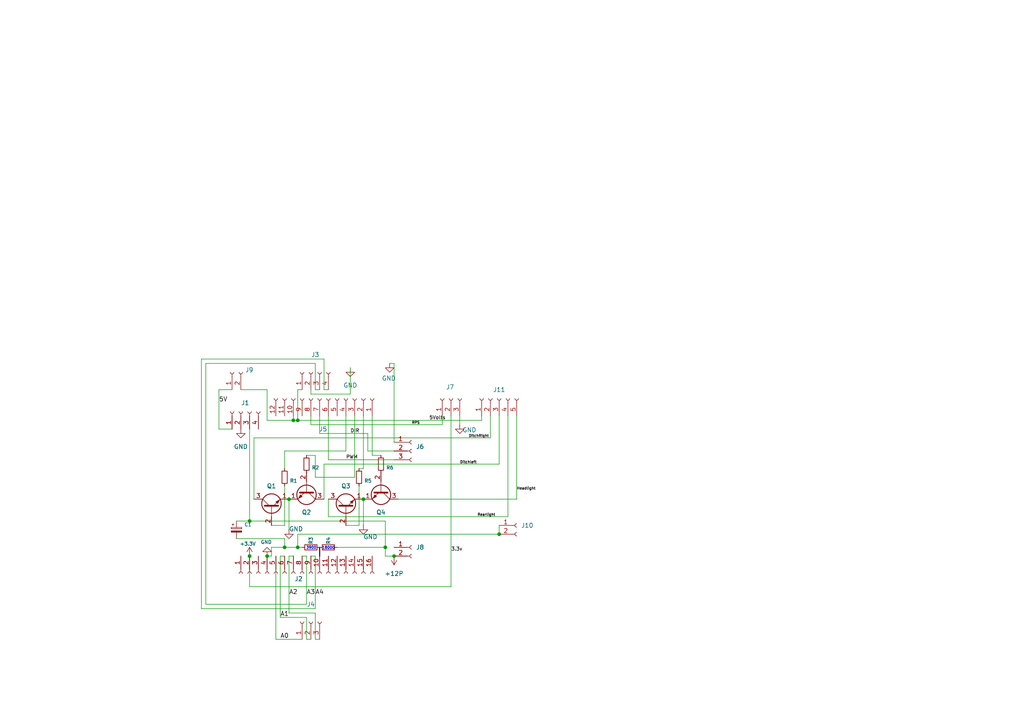
<source format=kicad_sch>
(kicad_sch (version 20250114) (generator "eeschema") (generator_version "9.0")
  (paper "A4")
  (title_block (title "Engine Control V3.1") (date "2025-08-13") (rev "3.1"))
  (lib_symbols
    (symbol "Connector:Conn_01x02_Socket" (pin_names (offset 1.016) (hide yes))
      (property "Reference" "J" (at 0 2.54 0))
      (property "Value" "Conn_01x02_Socket" (at 0 -5.08 0))
      (symbol "Conn_01x02_Socket_1_1"
        (polyline (pts (xy -1.27 0) (xy -0.508 0)) (stroke (width 0.1524)))
        (polyline (pts (xy -1.27 -2.54) (xy -0.508 -2.54)) (stroke (width 0.1524)))
        (arc (start 0 -0.508) (mid -0.5058 0) (end 0 0.508) (stroke (width 0.1524)))
        (arc (start 0 -3.048) (mid -0.5058 -2.54) (end 0 -2.032) (stroke (width 0.1524)))
        (pin passive line (at -5.08 0 0) (length 3.81) (name "Pin_1") (number "1"))
        (pin passive line (at -5.08 -2.54 0) (length 3.81) (name "Pin_2") (number "2"))
      )
    )
    (symbol "Connector:Conn_01x03_Socket" (pin_names (offset 1.016) (hide yes))
      (property "Reference" "J" (at 0 5.08 0))
      (property "Value" "Conn_01x03_Socket" (at 0 -5.08 0))
      (symbol "Conn_01x03_Socket_1_1"
        (polyline (pts (xy -1.27 2.54) (xy -0.508 2.54)) (stroke (width 0.1524)))
        (polyline (pts (xy -1.27 0) (xy -0.508 0)) (stroke (width 0.1524)))
        (polyline (pts (xy -1.27 -2.54) (xy -0.508 -2.54)) (stroke (width 0.1524)))
        (arc (start 0 2.032) (mid -0.5058 2.54) (end 0 3.048) (stroke (width 0.1524)))
        (arc (start 0 -0.508) (mid -0.5058 0) (end 0 0.508) (stroke (width 0.1524)))
        (arc (start 0 -3.048) (mid -0.5058 -2.54) (end 0 -2.032) (stroke (width 0.1524)))
        (pin passive line (at -5.08 2.54 0) (length 3.81) (name "Pin_1") (number "1"))
        (pin passive line (at -5.08 0 0) (length 3.81) (name "Pin_2") (number "2"))
        (pin passive line (at -5.08 -2.54 0) (length 3.81) (name "Pin_3") (number "3"))
      )
    )
    (symbol "Connector:Conn_01x04_Socket" (pin_names (offset 1.016) (hide yes))
      (property "Reference" "J" (at 0 5.08 0))
      (property "Value" "Conn_01x04_Socket" (at 0 -7.62 0))
      (symbol "Conn_01x04_Socket_1_1"
        (polyline (pts (xy -1.27 2.54) (xy -0.508 2.54)) (stroke (width 0.1524)))
        (polyline (pts (xy -1.27 0) (xy -0.508 0)) (stroke (width 0.1524)))
        (polyline (pts (xy -1.27 -2.54) (xy -0.508 -2.54)) (stroke (width 0.1524)))
        (polyline (pts (xy -1.27 -5.08) (xy -0.508 -5.08)) (stroke (width 0.1524)))
        (arc (start 0 2.032) (mid -0.5058 2.54) (end 0 3.048) (stroke (width 0.1524)))
        (arc (start 0 -0.508) (mid -0.5058 0) (end 0 0.508) (stroke (width 0.1524)))
        (arc (start 0 -3.048) (mid -0.5058 -2.54) (end 0 -2.032) (stroke (width 0.1524)))
        (arc (start 0 -5.588) (mid -0.5058 -5.08) (end 0 -4.572) (stroke (width 0.1524)))
        (pin passive line (at -5.08 2.54 0) (length 3.81) (name "Pin_1") (number "1"))
        (pin passive line (at -5.08 0 0) (length 3.81) (name "Pin_2") (number "2"))
        (pin passive line (at -5.08 -2.54 0) (length 3.81) (name "Pin_3") (number "3"))
        (pin passive line (at -5.08 -5.08 0) (length 3.81) (name "Pin_4") (number "4"))
      )
    )
    (symbol "Connector:Conn_01x05_Socket" (pin_names (offset 1.016) (hide yes))
      (property "Reference" "J" (at 0 7.62 0))
      (property "Value" "Conn_01x05_Socket" (at 0 -7.62 0))
      (symbol "Conn_01x05_Socket_1_1"
        (polyline (pts (xy -1.27 5.08) (xy -0.508 5.08)) (stroke (width 0.1524)))
        (polyline (pts (xy -1.27 2.54) (xy -0.508 2.54)) (stroke (width 0.1524)))
        (polyline (pts (xy -1.27 0) (xy -0.508 0)) (stroke (width 0.1524)))
        (polyline (pts (xy -1.27 -2.54) (xy -0.508 -2.54)) (stroke (width 0.1524)))
        (polyline (pts (xy -1.27 -5.08) (xy -0.508 -5.08)) (stroke (width 0.1524)))
        (arc (start 0 4.572) (mid -0.5058 5.08) (end 0 5.588) (stroke (width 0.1524)))
        (arc (start 0 2.032) (mid -0.5058 2.54) (end 0 3.048) (stroke (width 0.1524)))
        (arc (start 0 -0.508) (mid -0.5058 0) (end 0 0.508) (stroke (width 0.1524)))
        (arc (start 0 -3.048) (mid -0.5058 -2.54) (end 0 -2.032) (stroke (width 0.1524)))
        (arc (start 0 -5.588) (mid -0.5058 -5.08) (end 0 -4.572) (stroke (width 0.1524)))
        (pin passive line (at -5.08 5.08 0) (length 3.81) (name "Pin_1") (number "1"))
        (pin passive line (at -5.08 2.54 0) (length 3.81) (name "Pin_2") (number "2"))
        (pin passive line (at -5.08 0 0) (length 3.81) (name "Pin_3") (number "3"))
        (pin passive line (at -5.08 -2.54 0) (length 3.81) (name "Pin_4") (number "4"))
        (pin passive line (at -5.08 -5.08 0) (length 3.81) (name "Pin_5") (number "5"))
      )
    )
    (symbol "Connector:Conn_01x12_Socket" (pin_names (offset 1.016) (hide yes))
      (property "Reference" "J" (at 0 15.24 0))
      (property "Value" "Conn_01x12_Socket" (at 0 -17.78 0))
      (symbol "Conn_01x12_Socket_1_1"
        (polyline (pts (xy -1.27 12.7) (xy -0.508 12.7)) (stroke (width 0.1524)))
        (polyline (pts (xy -1.27 10.16) (xy -0.508 10.16)) (stroke (width 0.1524)))
        (polyline (pts (xy -1.27 7.62) (xy -0.508 7.62)) (stroke (width 0.1524)))
        (polyline (pts (xy -1.27 5.08) (xy -0.508 5.08)) (stroke (width 0.1524)))
        (polyline (pts (xy -1.27 2.54) (xy -0.508 2.54)) (stroke (width 0.1524)))
        (polyline (pts (xy -1.27 0) (xy -0.508 0)) (stroke (width 0.1524)))
        (polyline (pts (xy -1.27 -2.54) (xy -0.508 -2.54)) (stroke (width 0.1524)))
        (polyline (pts (xy -1.27 -5.08) (xy -0.508 -5.08)) (stroke (width 0.1524)))
        (polyline (pts (xy -1.27 -7.62) (xy -0.508 -7.62)) (stroke (width 0.1524)))
        (polyline (pts (xy -1.27 -10.16) (xy -0.508 -10.16)) (stroke (width 0.1524)))
        (polyline (pts (xy -1.27 -12.7) (xy -0.508 -12.7)) (stroke (width 0.1524)))
        (polyline (pts (xy -1.27 -15.24) (xy -0.508 -15.24)) (stroke (width 0.1524)))
        (arc (start 0 12.192) (mid -0.5058 12.7) (end 0 13.208) (stroke (width 0.1524)))
        (arc (start 0 9.652) (mid -0.5058 10.16) (end 0 10.668) (stroke (width 0.1524)))
        (arc (start 0 7.112) (mid -0.5058 7.62) (end 0 8.128) (stroke (width 0.1524)))
        (arc (start 0 4.572) (mid -0.5058 5.08) (end 0 5.588) (stroke (width 0.1524)))
        (arc (start 0 2.032) (mid -0.5058 2.54) (end 0 3.048) (stroke (width 0.1524)))
        (arc (start 0 -0.508) (mid -0.5058 0) (end 0 0.508) (stroke (width 0.1524)))
        (arc (start 0 -3.048) (mid -0.5058 -2.54) (end 0 -2.032) (stroke (width 0.1524)))
        (arc (start 0 -5.588) (mid -0.5058 -5.08) (end 0 -4.572) (stroke (width 0.1524)))
        (arc (start 0 -8.128) (mid -0.5058 -7.62) (end 0 -7.112) (stroke (width 0.1524)))
        (arc (start 0 -10.668) (mid -0.5058 -10.16) (end 0 -9.652) (stroke (width 0.1524)))
        (arc (start 0 -13.208) (mid -0.5058 -12.7) (end 0 -12.192) (stroke (width 0.1524)))
        (arc (start 0 -15.748) (mid -0.5058 -15.24) (end 0 -14.732) (stroke (width 0.1524)))
        (pin passive line (at -5.08 12.7 0) (length 3.81) (name "Pin_1") (number "1"))
        (pin passive line (at -5.08 10.16 0) (length 3.81) (name "Pin_2") (number "2"))
        (pin passive line (at -5.08 7.62 0) (length 3.81) (name "Pin_3") (number "3"))
        (pin passive line (at -5.08 5.08 0) (length 3.81) (name "Pin_4") (number "4"))
        (pin passive line (at -5.08 2.54 0) (length 3.81) (name "Pin_5") (number "5"))
        (pin passive line (at -5.08 0 0) (length 3.81) (name "Pin_6") (number "6"))
        (pin passive line (at -5.08 -2.54 0) (length 3.81) (name "Pin_7") (number "7"))
        (pin passive line (at -5.08 -5.08 0) (length 3.81) (name "Pin_8") (number "8"))
        (pin passive line (at -5.08 -7.62 0) (length 3.81) (name "Pin_9") (number "9"))
        (pin passive line (at -5.08 -10.16 0) (length 3.81) (name "Pin_10") (number "10"))
        (pin passive line (at -5.08 -12.7 0) (length 3.81) (name "Pin_11") (number "11"))
        (pin passive line (at -5.08 -15.24 0) (length 3.81) (name "Pin_12") (number "12"))
      )
    )
    (symbol "Connector:Conn_01x16_Socket" (pin_names (offset 1.016) (hide yes))
      (property "Reference" "J" (at 0 20.32 0))
      (property "Value" "Conn_01x16_Socket" (at 0 -22.86 0))
      (symbol "Conn_01x16_Socket_1_1"
        (polyline (pts (xy -1.27 17.78) (xy -0.508 17.78)) (stroke (width 0.1524)))
        (polyline (pts (xy -1.27 15.24) (xy -0.508 15.24)) (stroke (width 0.1524)))
        (polyline (pts (xy -1.27 12.7) (xy -0.508 12.7)) (stroke (width 0.1524)))
        (polyline (pts (xy -1.27 10.16) (xy -0.508 10.16)) (stroke (width 0.1524)))
        (polyline (pts (xy -1.27 7.62) (xy -0.508 7.62)) (stroke (width 0.1524)))
        (polyline (pts (xy -1.27 5.08) (xy -0.508 5.08)) (stroke (width 0.1524)))
        (polyline (pts (xy -1.27 2.54) (xy -0.508 2.54)) (stroke (width 0.1524)))
        (polyline (pts (xy -1.27 0) (xy -0.508 0)) (stroke (width 0.1524)))
        (polyline (pts (xy -1.27 -2.54) (xy -0.508 -2.54)) (stroke (width 0.1524)))
        (polyline (pts (xy -1.27 -5.08) (xy -0.508 -5.08)) (stroke (width 0.1524)))
        (polyline (pts (xy -1.27 -7.62) (xy -0.508 -7.62)) (stroke (width 0.1524)))
        (polyline (pts (xy -1.27 -10.16) (xy -0.508 -10.16)) (stroke (width 0.1524)))
        (polyline (pts (xy -1.27 -12.7) (xy -0.508 -12.7)) (stroke (width 0.1524)))
        (polyline (pts (xy -1.27 -15.24) (xy -0.508 -15.24)) (stroke (width 0.1524)))
        (polyline (pts (xy -1.27 -17.78) (xy -0.508 -17.78)) (stroke (width 0.1524)))
        (polyline (pts (xy -1.27 -20.32) (xy -0.508 -20.32)) (stroke (width 0.1524)))
        (arc (start 0 17.272) (mid -0.5058 17.78) (end 0 18.288) (stroke (width 0.1524)))
        (arc (start 0 14.732) (mid -0.5058 15.24) (end 0 15.748) (stroke (width 0.1524)))
        (arc (start 0 12.192) (mid -0.5058 12.7) (end 0 13.208) (stroke (width 0.1524)))
        (arc (start 0 9.652) (mid -0.5058 10.16) (end 0 10.668) (stroke (width 0.1524)))
        (arc (start 0 7.112) (mid -0.5058 7.62) (end 0 8.128) (stroke (width 0.1524)))
        (arc (start 0 4.572) (mid -0.5058 5.08) (end 0 5.588) (stroke (width 0.1524)))
        (arc (start 0 2.032) (mid -0.5058 2.54) (end 0 3.048) (stroke (width 0.1524)))
        (arc (start 0 -0.508) (mid -0.5058 0) (end 0 0.508) (stroke (width 0.1524)))
        (arc (start 0 -3.048) (mid -0.5058 -2.54) (end 0 -2.032) (stroke (width 0.1524)))
        (arc (start 0 -5.588) (mid -0.5058 -5.08) (end 0 -4.572) (stroke (width 0.1524)))
        (arc (start 0 -8.128) (mid -0.5058 -7.62) (end 0 -7.112) (stroke (width 0.1524)))
        (arc (start 0 -10.668) (mid -0.5058 -10.16) (end 0 -9.652) (stroke (width 0.1524)))
        (arc (start 0 -13.208) (mid -0.5058 -12.7) (end 0 -12.192) (stroke (width 0.1524)))
        (arc (start 0 -15.748) (mid -0.5058 -15.24) (end 0 -14.732) (stroke (width 0.1524)))
        (arc (start 0 -18.288) (mid -0.5058 -17.78) (end 0 -17.272) (stroke (width 0.1524)))
        (arc (start 0 -20.828) (mid -0.5058 -20.32) (end 0 -19.812) (stroke (width 0.1524)))
        (pin passive line (at -5.08 17.78 0) (length 3.81) (name "Pin_1") (number "1"))
        (pin passive line (at -5.08 15.24 0) (length 3.81) (name "Pin_2") (number "2"))
        (pin passive line (at -5.08 12.7 0) (length 3.81) (name "Pin_3") (number "3"))
        (pin passive line (at -5.08 10.16 0) (length 3.81) (name "Pin_4") (number "4"))
        (pin passive line (at -5.08 7.62 0) (length 3.81) (name "Pin_5") (number "5"))
        (pin passive line (at -5.08 5.08 0) (length 3.81) (name "Pin_6") (number "6"))
        (pin passive line (at -5.08 2.54 0) (length 3.81) (name "Pin_7") (number "7"))
        (pin passive line (at -5.08 0 0) (length 3.81) (name "Pin_8") (number "8"))
        (pin passive line (at -5.08 -2.54 0) (length 3.81) (name "Pin_9") (number "9"))
        (pin passive line (at -5.08 -5.08 0) (length 3.81) (name "Pin_10") (number "10"))
        (pin passive line (at -5.08 -7.62 0) (length 3.81) (name "Pin_11") (number "11"))
        (pin passive line (at -5.08 -10.16 0) (length 3.81) (name "Pin_12") (number "12"))
        (pin passive line (at -5.08 -12.7 0) (length 3.81) (name "Pin_13") (number "13"))
        (pin passive line (at -5.08 -15.24 0) (length 3.81) (name "Pin_14") (number "14"))
        (pin passive line (at -5.08 -17.78 0) (length 3.81) (name "Pin_15") (number "15"))
        (pin passive line (at -5.08 -20.32 0) (length 3.81) (name "Pin_16") (number "16"))
      )
    )
    (symbol "Device:C_Polarized_Small" (pin_numbers (hide yes)) (pin_names (offset 0.254) (hide yes))
      (property "Reference" "C" (at 0.254 1.778 0))
      (property "Value" "C_Polarized_Small" (at 0.254 -2.032 0))
      (symbol "C_Polarized_Small_0_1"
        (rectangle (start -1.524 0.6858) (end 1.524 0.3048))
        (rectangle (start -1.524 -0.3048) (end 1.524 -0.6858) (fill (type outline)))
        (polyline (pts (xy -1.27 1.524) (xy -0.762 1.524)))
        (polyline (pts (xy -1.016 1.27) (xy -1.016 1.778)))
      )
      (symbol "C_Polarized_Small_1_1"
        (pin passive line (at 0 2.54 270) (length 1.8542) (name "~") (number "1"))
        (pin passive line (at 0 -2.54 90) (length 1.8542) (name "~") (number "2"))
      )
    )
    (symbol "Device:R_Small" (pin_numbers (hide yes)) (pin_names (offset 0.254) (hide yes))
      (property "Reference" "R" (at 0 0 90))
      (property "Value" "R_Small" (at 1.778 0 90))
      (symbol "R_Small_0_1"
        (rectangle (start -0.762 1.778) (end 0.762 -1.778) (stroke (width 0.2032)))
      )
      (symbol "R_Small_1_1"
        (pin passive line (at 0 2.54 270) (length 0.762) (name "~") (number "1"))
        (pin passive line (at 0 -2.54 90) (length 0.762) (name "~") (number "2"))
      )
    )
    (symbol "Transistor_BJT:PN2222A" (pin_names (offset 0) (hide yes))
      (property "Reference" "Q" (at 5.08 1.905 0))
      (property "Value" "PN2222A" (at 5.08 0 0))
      (symbol "PN2222A_0_1"
        (polyline (pts (xy -2.54 0) (xy 0.635 0)))
        (polyline (pts (xy 0.635 1.905) (xy 0.635 -1.905)) (stroke (width 0.508)))
        (circle (center 1.27 0) (radius 2.8194) (stroke (width 0.254)))
      )
      (symbol "PN2222A_1_1"
        (polyline (pts (xy 0.635 0.635) (xy 2.54 2.54)))
        (polyline (pts (xy 0.635 -0.635) (xy 2.54 -2.54)))
        (polyline (pts (xy 1.27 -1.778) (xy 1.778 -1.27) (xy 2.286 -2.286) (xy 1.27 -1.778)) (fill (type outline)))
        (pin input line (at -5.08 0 0) (length 2.54) (name "B") (number "2"))
        (pin passive line (at 2.54 5.08 270) (length 2.54) (name "C") (number "3"))
        (pin passive line (at 2.54 -5.08 90) (length 2.54) (name "E") (number "1"))
      )
    )
    (symbol "power:+12P" (power) (pin_numbers (hide yes)) (pin_names (offset 0) (hide yes))
      (property "Value" "+12P" (at 0 3.556 0))
      (symbol "+12P_0_1"
        (polyline (pts (xy -0.762 1.27) (xy 0 2.54)))
        (polyline (pts (xy 0 2.54) (xy 0.762 1.27)))
        (polyline (pts (xy 0 0) (xy 0 2.54)))
      )
      (symbol "+12P_1_1"
        (pin power_in line (at 0 0 90) (length 0) (name "~") (number "1"))
      )
    )
    (symbol "power:+3.3V" (power) (pin_numbers (hide yes)) (pin_names (offset 0) (hide yes))
      (property "Value" "+3.3V" (at 0 3.556 0))
      (symbol "+3.3V_0_1"
        (polyline (pts (xy -0.762 1.27) (xy 0 2.54)))
        (polyline (pts (xy 0 2.54) (xy 0.762 1.27)))
        (polyline (pts (xy 0 0) (xy 0 2.54)))
      )
      (symbol "+3.3V_1_1"
        (pin power_in line (at 0 0 90) (length 0) (name "~") (number "1"))
      )
    )
    (symbol "power:GND" (power) (pin_numbers (hide yes)) (pin_names (offset 0) (hide yes))
      (property "Value" "GND" (at 0 -3.81 0))
      (symbol "GND_0_1"
        (polyline (pts (xy 0 0) (xy 0 -1.27) (xy 1.27 -1.27) (xy 0 -2.54) (xy -1.27 -1.27) (xy 0 -1.27)))
      )
      (symbol "GND_1_1"
        (pin power_in line (at 0 0 270) (length 0) (name "~") (number "1"))
      )
    )
  )
  (text "3900" (at 90.2838 159.0043 0) (effects (font (size 0.75 0.75))))
  (text "18000" (at 95.2695 159.045 0) (effects (font (size 0.75 0.75))))
  (junction (at 85.09 121.92))
  (junction (at 77.47 161.29))
  (junction (at 83.82 144.78))
  (junction (at 114.3 161.29))
  (junction (at 86.36 158.75))
  (junction (at 144.78 154.94))
  (junction (at 72.39 151.13))
  (junction (at 82.55 158.75))
  (junction (at 105.41 144.78))
  (junction (at 86.36 121.92))
  (junction (at 111.76 158.75))
  (junction (at 72.39 161.29))
  (wire (pts (xy 130.81 170.18) (xy 130.81 120.65)))
  (wire (pts (xy 133.35 120.65) (xy 133.35 123.19)))
  (wire (pts (xy 80.01 185.42) (xy 87.63 185.42)))
  (wire (pts (xy 114.3 161.29) (xy 111.76 161.29)))
  (wire (pts (xy 73.66 144.78) (xy 73.66 127)))
  (wire (pts (xy 85.09 121.92) (xy 77.47 121.92)))
  (wire (pts (xy 115.57 144.78) (xy 149.86 144.78)))
  (wire (pts (xy 87.63 161.29) (xy 88.9 161.29)))
  (wire (pts (xy 111.76 151.13) (xy 111.76 158.75)))
  (bus (pts (xy 92.71 158.75) (xy 92.71 161.29)))
  (wire (pts (xy 81.28 161.29) (xy 82.55 161.29)))
  (wire (pts (xy 68.58 156.21) (xy 82.55 156.21)))
  (wire (pts (xy 82.55 140.97) (xy 82.55 152.4)))
  (wire (pts (xy 72.39 161.29) (xy 72.39 170.18)))
  (wire (pts (xy 147.32 149.86) (xy 147.32 120.65)))
  (wire (pts (xy 104.14 140.97) (xy 104.14 152.4)))
  (wire (pts (xy 144.78 134.62) (xy 144.78 120.65)))
  (wire (pts (xy 91.44 105.41) (xy 91.44 113.03)))
  (wire (pts (xy 107.95 120.65) (xy 107.95 132.08)))
  (wire (pts (xy 91.44 132.08) (xy 88.9 132.08)))
  (wire (pts (xy 111.76 161.29) (xy 111.76 158.75)))
  (wire (pts (xy 142.24 127) (xy 142.24 120.65)))
  (wire (pts (xy 88.9 185.42) (xy 90.17 185.42)))
  (wire (pts (xy 86.36 113.03) (xy 86.36 121.92)))
  (wire (pts (xy 88.9 179.07) (xy 81.28 179.07)))
  (wire (pts (xy 95.25 144.78) (xy 95.25 149.86)))
  (wire (pts (xy 88.9 161.29) (xy 88.9 175.26)))
  (wire (pts (xy 68.58 151.13) (xy 72.39 151.13)))
  (wire (pts (xy 114.3 105.41) (xy 113.03 105.41)))
  (wire (pts (xy 82.55 158.75) (xy 78.74 158.75)))
  (wire (pts (xy 58.42 176.53) (xy 58.42 104.14)))
  (wire (pts (xy 83.82 177.8) (xy 83.82 161.29)))
  (wire (pts (xy 77.47 121.92) (xy 77.47 113.03)))
  (wire (pts (xy 82.55 156.21) (xy 82.55 158.75)))
  (wire (pts (xy 90.17 114.3) (xy 90.17 113.03)))
  (wire (pts (xy 92.71 125.73) (xy 106.68 125.73)))
  (wire (pts (xy 101.6 114.3) (xy 90.17 114.3)))
  (wire (pts (xy 80.01 161.29) (xy 80.01 185.42)))
  (wire (pts (xy 101.6 106.68) (xy 101.6 114.3)))
  (wire (pts (xy 77.47 161.29) (xy 78.74 161.29)))
  (wire (pts (xy 95.25 120.65) (xy 95.25 133.35)))
  (wire (pts (xy 86.36 121.92) (xy 85.09 121.92)))
  (wire (pts (xy 59.69 175.26) (xy 59.69 105.41)))
  (wire (pts (xy 90.17 161.29) (xy 91.44 161.29)))
  (wire (pts (xy 81.28 179.07) (xy 81.28 161.29)))
  (wire (pts (xy 87.63 158.75) (xy 86.36 158.75)))
  (wire (pts (xy 90.17 120.65) (xy 90.17 123.19)))
  (wire (pts (xy 93.98 104.14) (xy 93.98 113.03)))
  (wire (pts (xy 73.66 127) (xy 142.24 127)))
  (wire (pts (xy 139.7 121.92) (xy 86.36 121.92)))
  (wire (pts (xy 93.98 134.62) (xy 144.78 134.62)))
  (wire (pts (xy 95.25 149.86) (xy 147.32 149.86)))
  (wire (pts (xy 139.7 120.65) (xy 139.7 121.92)))
  (wire (pts (xy 102.87 120.65) (xy 102.87 138.43)))
  (wire (pts (xy 87.63 113.03) (xy 86.36 113.03)))
  (wire (pts (xy 91.44 161.29) (xy 91.44 176.53)))
  (wire (pts (xy 144.78 152.4) (xy 144.78 154.94)))
  (wire (pts (xy 88.9 185.42) (xy 88.9 179.07)))
  (wire (pts (xy 91.44 113.03) (xy 92.71 113.03)))
  (wire (pts (xy 91.44 185.42) (xy 91.44 177.8)))
  (wire (pts (xy 63.5 124.46) (xy 67.31 124.46)))
  (wire (pts (xy 77.47 113.03) (xy 69.85 113.03)))
  (wire (pts (xy 92.71 120.65) (xy 92.71 125.73)))
  (wire (pts (xy 83.82 161.29) (xy 85.09 161.29)))
  (wire (pts (xy 111.76 151.13) (xy 72.39 151.13)))
  (wire (pts (xy 86.36 158.75) (xy 82.55 158.75)))
  (wire (pts (xy 91.44 177.8) (xy 83.82 177.8)))
  (wire (pts (xy 106.68 130.81) (xy 114.3 130.81)))
  (wire (pts (xy 107.95 132.08) (xy 110.49 132.08)))
  (wire (pts (xy 95.25 133.35) (xy 114.3 133.35)))
  (wire (pts (xy 90.17 123.19) (xy 128.27 123.19)))
  (wire (pts (xy 106.68 125.73) (xy 106.68 130.81)))
  (wire (pts (xy 83.82 153.67) (xy 83.82 144.78)))
  (wire (pts (xy 85.09 120.65) (xy 85.09 121.92)))
  (wire (pts (xy 102.87 138.43) (xy 91.44 138.43)))
  (wire (pts (xy 128.27 123.19) (xy 128.27 120.65)))
  (wire (pts (xy 105.41 120.65) (xy 105.41 135.89)))
  (wire (pts (xy 78.74 158.75) (xy 78.74 161.29)))
  (wire (pts (xy 86.36 154.94) (xy 144.78 154.94)))
  (wire (pts (xy 91.44 185.42) (xy 92.71 185.42)))
  (wire (pts (xy 91.44 138.43) (xy 91.44 132.08)))
  (wire (pts (xy 72.39 170.18) (xy 130.81 170.18)))
  (wire (pts (xy 63.5 113.03) (xy 63.5 124.46)))
  (wire (pts (xy 59.69 105.41) (xy 91.44 105.41)))
  (wire (pts (xy 149.86 144.78) (xy 149.86 120.65)))
  (wire (pts (xy 72.39 151.13) (xy 72.39 124.46)))
  (wire (pts (xy 86.36 158.75) (xy 86.36 154.94)))
  (wire (pts (xy 105.41 152.4) (xy 105.41 144.78)))
  (wire (pts (xy 100.33 152.4) (xy 104.14 152.4)))
  (wire (pts (xy 114.3 128.27) (xy 114.3 105.41)))
  (wire (pts (xy 100.33 130.81) (xy 82.55 130.81)))
  (wire (pts (xy 97.79 158.75) (xy 111.76 158.75)))
  (wire (pts (xy 82.55 130.81) (xy 82.55 135.89)))
  (wire (pts (xy 67.31 113.03) (xy 63.5 113.03)))
  (wire (pts (xy 93.98 144.78) (xy 93.98 134.62)))
  (wire (pts (xy 59.69 175.26) (xy 88.9 175.26)))
  (wire (pts (xy 58.42 104.14) (xy 93.98 104.14)))
  (wire (pts (xy 58.42 176.53) (xy 91.44 176.53)))
  (wire (pts (xy 78.74 152.4) (xy 82.55 152.4)))
  (wire (pts (xy 100.33 120.65) (xy 100.33 130.81)))
  (wire (pts (xy 105.41 135.89) (xy 104.14 135.89)))
  (wire (pts (xy 93.98 113.03) (xy 95.25 113.03)))
  (label "A0" (at 81.28 185.42 0))
  (label "DitchRight" (at 135.89 127 0) (effects (font (size 0.75 0.75))))
  (label "DIR" (at 101.6 125.73 0) (effects (font (size 1 1))))
  (label "PWM" (at 100.33 133.35 0) (effects (font (size 1 1))))
  (label "Ditchleft" (at 133.35 134.62 0) (effects (font (size 0.75 0.75))))
  (label "RPS" (at 119.38 123.19 0) (effects (font (size 0.75 0.75))))
  (label "Rearlight" (at 138.43 149.86 0) (effects (font (size 0.75 0.75))))
  (label "Headlight" (at 149.86 142.24 0) (effects (font (size 0.75 0.75))))
  (label "3.3v" (at 130.81 160.02 0) (effects (font (size 1 1))))
  (label "A1" (at 81.28 179.07 0))
  (label "A3" (at 88.9 172.72 0))
  (label "5V" (at 63.5 116.84 0))
  (label "A2" (at 83.82 172.72 0))
  (label "5Volts" (at 124.46 121.92 0) (effects (font (size 1 1))))
  (label "A4" (at 91.44 172.72 0))
  (symbol (lib_id "Transistor_BJT:PN2222A") (at 78.74 147.32 90) (unit 1)
    (property "Reference" "Q1" (at 78.74 140.97 90))
    (property "Value" "PN2222A" (effects (hide yes)))
    (property "Footprint" "Package_TO_SOT_THT:TO-92_Inline" (effects (hide yes)))
    (property "Datasheet" "https://www.onsemi.com/pub/Collateral/PN2222-D.PDF" (effects (hide yes)))
    (property "Description" "1A Ic, 40V Vce, NPN Transistor, General Purpose Transistor, TO-92" (effects (hide yes)))
  )
  (symbol (lib_id "Connector:Conn_01x04_Socket") (at 69.85 119.38 90) (unit 1)
    (property "Reference" "J1" (at 71.12 116.84 90))
    (property "Value" "Conn_01x04_Socket" (effects (hide yes)))
    (property "Footprint" "Connector_PinSocket_2.54mm:PinSocket_1x04_P2.54mm_Vertical" (effects (hide yes)))
    (property "Description" "Generic connector, single row, 01x04, script generated" (effects (hide yes)))
  )
  (symbol (lib_id "power:+3.3V") (at 72.39 161.29 0) (unit 1)
    (property "Reference" "#PWR02" (effects (hide yes)))
    (property "Value" "+3.3V" (at 71.882 157.734 0) (effects (font (size 1 1))))
    (property "Description" "Power symbol creates a global label with name \"+3.3V\"" (effects (hide yes)))
  )
  (symbol (lib_id "power:GND") (at 105.41 152.4 0) (unit 1)
    (property "Reference" "#PWR06" (effects (hide yes)))
    (property "Value" "GND" (at 107.442 155.702 0))
    (property "Description" "Power symbol creates a global label with name \"GND\" , ground" (effects (hide yes)))
  )
  (symbol (lib_id "power:GND") (at 83.82 153.67 0) (unit 1)
    (property "Reference" "#PWR04" (effects (hide yes)))
    (property "Value" "GND" (at 85.852 153.416 0))
    (property "Description" "Power symbol creates a global label with name \"GND\" , ground" (effects (hide yes)))
  )
  (symbol (lib_id "Device:R_Small") (at 95.25 158.75 270) (unit 1)
    (property "Reference" "R4" (at 95.25 155.702 0) (effects (font (size 1.016 1.016)) (justify left)))
    (property "Value" "R_Small" (effects (hide yes)))
    (property "Footprint" "Resistor_THT:R_Axial_DIN0207_L6.3mm_D2.5mm_P7.62mm_Horizontal" (effects (hide yes)))
    (property "Description" "Resistor, small symbol" (effects (hide yes)))
  )
  (symbol (lib_id "power:GND") (at 101.6 106.68 0) (unit 1)
    (property "Reference" "#PWR05" (effects (hide yes)))
    (property "Value" "GND" (at 101.6 111.76 0))
    (property "Description" "Power symbol creates a global label with name \"GND\" , ground" (effects (hide yes)))
  )
  (symbol (lib_id "Transistor_BJT:PN2222A") (at 88.9 142.24 270) (unit 1)
    (property "Reference" "Q2" (at 88.9 148.59 90))
    (property "Value" "PN2222A" (effects (hide yes)))
    (property "Footprint" "Package_TO_SOT_THT:TO-92_Inline" (effects (hide yes)))
    (property "Datasheet" "https://www.onsemi.com/pub/Collateral/PN2222-D.PDF" (effects (hide yes)))
    (property "Description" "1A Ic, 40V Vce, NPN Transistor, General Purpose Transistor, TO-92" (effects (hide yes)))
  )
  (symbol (lib_id "Device:R_Small") (at 88.9 134.62 0) (unit 1)
    (property "Reference" "R2" (at 90.424 135.636 0) (effects (font (size 1.016 1.016)) (justify left)))
    (property "Value" "R_Small" (effects (hide yes)))
    (property "Footprint" "Resistor_THT:R_Axial_DIN0207_L6.3mm_D2.5mm_P7.62mm_Horizontal" (effects (hide yes)))
    (property "Description" "Resistor, small symbol" (effects (hide yes)))
  )
  (symbol (lib_id "Connector:Conn_01x02_Socket") (at 67.31 107.95 90) (unit 1)
    (property "Reference" "J9" (at 71.12 107.3149 90) (effects (justify right)))
    (property "Value" "Conn_01x02_Socket" (effects (hide yes)))
    (property "Footprint" "Connector_PinSocket_2.54mm:PinSocket_1x02_P2.54mm_Vertical" (effects (hide yes)))
    (property "Description" "Generic connector, single row, 01x02, script generated" (effects (hide yes)))
  )
  (symbol (lib_id "Connector:Conn_01x05_Socket") (at 144.78 115.57 90) (unit 1)
    (property "Reference" "J11" (at 144.78 113.03 90))
    (property "Value" "Conn_01x05_Socket" (effects (hide yes)))
    (property "Footprint" "Connector_Molex:Molex_KK-254_AE-6410-05A_1x05_P2.54mm_Vertical" (effects (hide yes)))
    (property "Description" "Generic connector, single row, 01x05, script generated" (effects (hide yes)))
  )
  (symbol (lib_id "Device:C_Polarized_Small") (at 68.58 153.67 0) (unit 1)
    (property "Reference" "C1" (at 70.866 152.146 0) (effects (font (size 1 1)) (justify left)))
    (property "Value" "C_Polarized_Small" (effects (hide yes)))
    (property "Footprint" "Capacitor_THT:CP_Radial_D5.0mm_P2.50mm" (effects (hide yes)))
    (property "Description" "Polarized capacitor, small symbol" (effects (hide yes)))
  )
  (symbol (lib_id "power:GND") (at 77.47 161.29 0) (mirror x) (unit 1)
    (property "Reference" "#PWR03" (effects (hide yes)))
    (property "Value" "GND" (at 77.216 157.226 0) (effects (font (size 1 1))))
    (property "Description" "Power symbol creates a global label with name \"GND\" , ground" (effects (hide yes)))
  )
  (symbol (lib_id "power:+12P") (at 114.3 161.29 0) (mirror x) (unit 1)
    (property "Reference" "#PWR08" (effects (hide yes)))
    (property "Value" "+12P" (at 114.3 166.37 0))
    (property "Description" "Power symbol creates a global label with name \"+12P\"" (effects (hide yes)))
  )
  (symbol (lib_id "Transistor_BJT:PN2222A") (at 110.49 142.24 270) (unit 1)
    (property "Reference" "Q4" (at 110.49 148.59 90))
    (property "Value" "PN2222A" (effects (hide yes)))
    (property "Footprint" "Package_TO_SOT_THT:TO-92_Inline" (effects (hide yes)))
    (property "Datasheet" "https://www.onsemi.com/pub/Collateral/PN2222-D.PDF" (effects (hide yes)))
    (property "Description" "1A Ic, 40V Vce, NPN Transistor, General Purpose Transistor, TO-92" (effects (hide yes)))
  )
  (symbol (lib_id "Device:R_Small") (at 110.49 134.62 0) (unit 1)
    (property "Reference" "R6" (at 112.014 135.636 0) (effects (font (size 1.016 1.016)) (justify left)))
    (property "Value" "R_Small" (effects (hide yes)))
    (property "Footprint" "Resistor_THT:R_Axial_DIN0207_L6.3mm_D2.5mm_P7.62mm_Horizontal" (effects (hide yes)))
    (property "Description" "Resistor, small symbol" (effects (hide yes)))
  )
  (symbol (lib_id "power:GND") (at 113.03 105.41 0) (unit 1)
    (property "Reference" "#PWR07" (effects (hide yes)))
    (property "Value" "GND" (at 112.776 109.728 0))
    (property "Description" "Power symbol creates a global label with name \"GND\" , ground" (effects (hide yes)))
  )
  (symbol (lib_id "power:GND") (at 133.35 123.19 0) (unit 1)
    (property "Reference" "#PWR09" (effects (hide yes)))
    (property "Value" "GND" (at 136.144 124.714 0))
    (property "Description" "Power symbol creates a global label with name \"GND\" , ground" (effects (hide yes)))
  )
  (symbol (lib_id "Connector:Conn_01x16_Socket") (at 87.63 166.37 90) (mirror x) (unit 1)
    (property "Reference" "J2" (at 86.614 167.894 90))
    (property "Value" "Conn_01x16_Socket" (effects (hide yes)))
    (property "Footprint" "Connector_PinSocket_2.54mm:PinSocket_1x16_P2.54mm_Vertical" (effects (hide yes)))
    (property "Description" "Generic connector, single row, 01x16, script generated" (effects (hide yes)))
  )
  (symbol (lib_id "Connector:Conn_01x02_Socket") (at 149.86 152.4 0) (unit 1)
    (property "Reference" "J10" (at 151.13 152.3999 0) (effects (justify left)))
    (property "Value" "Conn_01x02_Socket" (effects (hide yes)))
    (property "Footprint" "Connector_PinSocket_2.54mm:PinSocket_1x02_P2.54mm_Vertical" (effects (hide yes)))
    (property "Description" "Generic connector, single row, 01x02, script generated" (effects (hide yes)))
  )
  (symbol (lib_id "Device:R_Small") (at 82.55 138.43 0) (unit 1)
    (property "Reference" "R1" (at 84.074 139.446 0) (effects (font (size 1.016 1.016)) (justify left)))
    (property "Value" "R_Small" (effects (hide yes)))
    (property "Footprint" "Resistor_THT:R_Axial_DIN0207_L6.3mm_D2.5mm_P7.62mm_Horizontal" (effects (hide yes)))
    (property "Description" "Resistor, small symbol" (effects (hide yes)))
  )
  (symbol (lib_id "Device:R_Small") (at 104.14 138.43 0) (unit 1)
    (property "Reference" "R5" (at 105.664 139.446 0) (effects (font (size 1.016 1.016)) (justify left)))
    (property "Value" "R_Small" (effects (hide yes)))
    (property "Footprint" "Resistor_THT:R_Axial_DIN0207_L6.3mm_D2.5mm_P7.62mm_Horizontal" (effects (hide yes)))
    (property "Description" "Resistor, small symbol" (effects (hide yes)))
  )
  (symbol (lib_id "Connector:Conn_01x12_Socket") (at 95.25 115.57 270) (mirror x) (unit 1)
    (property "Reference" "J5" (at 93.726 124.46 90))
    (property "Value" "Conn_01x12_Socket" (effects (hide yes)))
    (property "Footprint" "Connector_PinSocket_2.54mm:PinSocket_1x12_P2.54mm_Vertical" (effects (hide yes)))
    (property "Description" "Generic connector, single row, 01x12, script generated" (effects (hide yes)))
  )
  (symbol (lib_id "Connector:Conn_01x03_Socket") (at 90.17 180.34 90) (unit 1)
    (property "Reference" "J4" (at 90.17 175.26 90))
    (property "Value" "Conn_01x03_Socket" (effects (hide yes)))
    (property "Footprint" "Connector_PinSocket_2.54mm:PinSocket_1x03_P2.54mm_Vertical" (effects (hide yes)))
    (property "Description" "Generic connector, single row, 01x03, script generated" (effects (hide yes)))
  )
  (symbol (lib_id "Connector:Conn_01x03_Socket") (at 119.38 130.81 0) (unit 1)
    (property "Reference" "J6" (at 120.65 129.5399 0) (effects (justify left)))
    (property "Value" "Conn_01x03_Socket" (effects (hide yes)))
    (property "Footprint" "Connector_PinSocket_2.54mm:PinSocket_1x03_P2.54mm_Vertical" (effects (hide yes)))
    (property "Description" "Generic connector, single row, 01x03, script generated" (effects (hide yes)))
  )
  (symbol (lib_id "Connector:Conn_01x03_Socket") (at 130.81 115.57 90) (unit 1)
    (property "Reference" "J7" (at 130.556 112.268 90))
    (property "Value" "Conn_01x03_Socket" (effects (hide yes)))
    (property "Footprint" "Connector_Molex:Molex_KK-254_AE-6410-03A_1x03_P2.54mm_Vertical" (effects (hide yes)))
    (property "Description" "Generic connector, single row, 01x03, script generated" (effects (hide yes)))
  )
  (symbol (lib_id "power:GND") (at 69.85 124.46 0) (unit 1)
    (property "Reference" "#PWR01" (effects (hide yes)))
    (property "Value" "GND" (at 69.85 129.54 0))
    (property "Description" "Power symbol creates a global label with name \"GND\" , ground" (effects (hide yes)))
  )
  (symbol (lib_id "Connector:Conn_01x02_Socket") (at 119.38 158.75 0) (unit 1)
    (property "Reference" "J8" (at 120.65 158.7499 0) (effects (justify left)))
    (property "Value" "Conn_01x02_Socket" (effects (hide yes)))
    (property "Footprint" "Connector_PinSocket_2.54mm:PinSocket_1x02_P2.54mm_Vertical" (effects (hide yes)))
    (property "Description" "Generic connector, single row, 01x02, script generated" (effects (hide yes)))
  )
  (symbol (lib_id "Connector:Conn_01x04_Socket") (at 90.17 107.95 90) (unit 1)
    (property "Reference" "J3" (at 91.44 102.87 90))
    (property "Value" "Conn_01x04_Socket" (effects (hide yes)))
    (property "Footprint" "Connector_Molex:Molex_KK-254_AE-6410-04A_1x04_P2.54mm_Vertical" (effects (hide yes)))
    (property "Description" "Generic connector, single row, 01x04, script generated" (effects (hide yes)))
  )
  (symbol (lib_id "Device:R_Small") (at 90.17 158.75 270) (unit 1)
    (property "Reference" "R3" (at 90.17 155.702 0) (effects (font (size 1.016 1.016)) (justify left)))
    (property "Value" "R_Small" (effects (hide yes)))
    (property "Footprint" "Resistor_THT:R_Axial_DIN0207_L6.3mm_D2.5mm_P7.62mm_Horizontal" (effects (hide yes)))
    (property "Description" "Resistor, small symbol" (effects (hide yes)))
  )
  (symbol (lib_id "Transistor_BJT:PN2222A") (at 100.33 147.32 90) (unit 1)
    (property "Reference" "Q3" (at 100.33 140.97 90))
    (property "Value" "PN2222A" (effects (hide yes)))
    (property "Footprint" "Package_TO_SOT_THT:TO-92_Inline" (effects (hide yes)))
    (property "Datasheet" "https://www.onsemi.com/pub/Collateral/PN2222-D.PDF" (effects (hide yes)))
    (property "Description" "1A Ic, 40V Vce, NPN Transistor, General Purpose Transistor, TO-92" (effects (hide yes)))
  )
)
</source>
